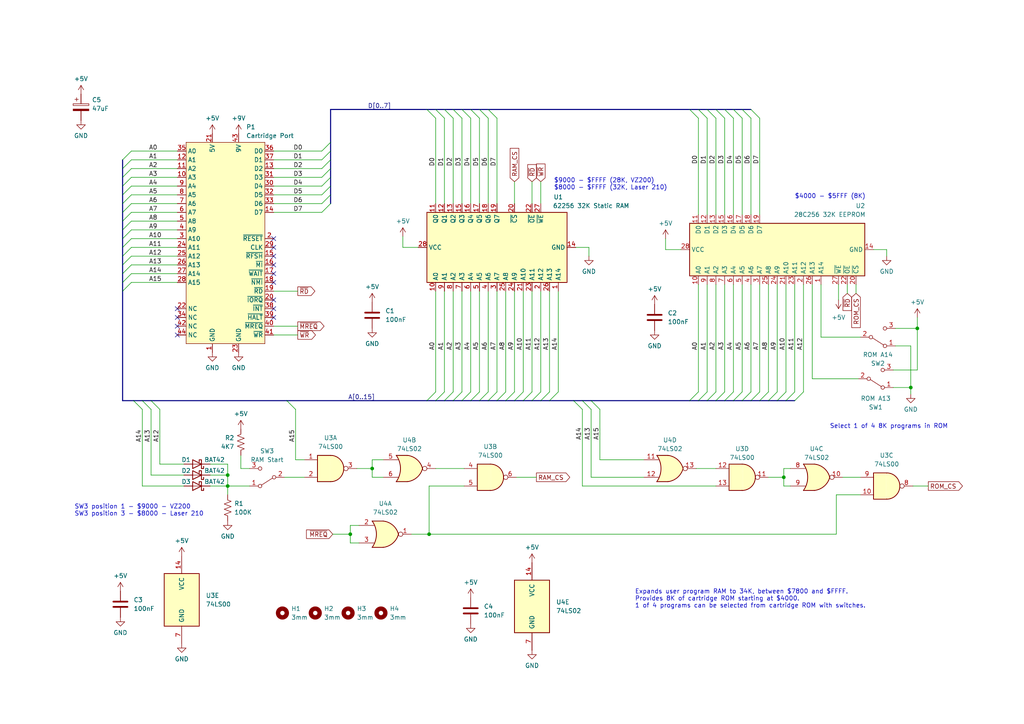
<source format=kicad_sch>
(kicad_sch (version 20230121) (generator eeschema)
  (paper "A4")
  (lib_symbols
    (symbol "74xx:74LS00" (pin_names (offset 1.016))
      (property "Reference" "U" (at 0 1.27 0))
      (property "Value" "74LS00" (at 0 -1.27 0))
      (symbol "74LS00_1_1"
        (pin input line (at -7.62 2.54 0) (length 3.81) (name "~") (number "1"))
        (pin input line (at -7.62 -2.54 0) (length 3.81) (name "~") (number "2"))
        (pin output inverted (at 7.62 0 180) (length 3.81) (name "~") (number "3"))
      )
      (symbol "74LS00_1_2"
        (pin input inverted (at -7.62 2.54 0) (length 4.318) (name "~") (number "1"))
        (pin input inverted (at -7.62 -2.54 0) (length 4.318) (name "~") (number "2"))
        (pin output line (at 7.62 0 180) (length 3.81) (name "~") (number "3"))
      )
      (symbol "74LS00_2_1"
        (pin input line (at -7.62 2.54 0) (length 3.81) (name "~") (number "4"))
        (pin input line (at -7.62 -2.54 0) (length 3.81) (name "~") (number "5"))
        (pin output inverted (at 7.62 0 180) (length 3.81) (name "~") (number "6"))
      )
      (symbol "74LS00_2_2"
        (pin input inverted (at -7.62 2.54 0) (length 4.318) (name "~") (number "4"))
        (pin input inverted (at -7.62 -2.54 0) (length 4.318) (name "~") (number "5"))
        (pin output line (at 7.62 0 180) (length 3.81) (name "~") (number "6"))
      )
      (symbol "74LS00_3_1"
        (pin input line (at -7.62 -2.54 0) (length 3.81) (name "~") (number "10"))
        (pin output inverted (at 7.62 0 180) (length 3.81) (name "~") (number "8"))
        (pin input line (at -7.62 2.54 0) (length 3.81) (name "~") (number "9"))
      )
      (symbol "74LS00_3_2"
        (pin input inverted (at -7.62 -2.54 0) (length 4.318) (name "~") (number "10"))
        (pin output line (at 7.62 0 180) (length 3.81) (name "~") (number "8"))
        (pin input inverted (at -7.62 2.54 0) (length 4.318) (name "~") (number "9"))
      )
      (symbol "74LS00_4_1"
        (pin output inverted (at 7.62 0 180) (length 3.81) (name "~") (number "11"))
        (pin input line (at -7.62 2.54 0) (length 3.81) (name "~") (number "12"))
        (pin input line (at -7.62 -2.54 0) (length 3.81) (name "~") (number "13"))
      )
      (symbol "74LS00_4_2"
        (pin output line (at 7.62 0 180) (length 3.81) (name "~") (number "11"))
        (pin input inverted (at -7.62 2.54 0) (length 4.318) (name "~") (number "12"))
        (pin input inverted (at -7.62 -2.54 0) (length 4.318) (name "~") (number "13"))
      )
      (symbol "74LS00_5_0"
        (pin power_in line (at 0 12.7 270) (length 5.08) (name "VCC") (number "14"))
        (pin power_in line (at 0 -12.7 90) (length 5.08) (name "GND") (number "7"))
      )
    )
    (symbol "74xx:74LS02" (pin_names (offset 1.016))
      (property "Reference" "U" (at 0 1.27 0))
      (property "Value" "74LS02" (at 0 -1.27 0))
      (symbol "74LS02_1_1"
        (pin output inverted (at 7.62 0 180) (length 3.81) (name "~") (number "1"))
        (pin input line (at -7.62 2.54 0) (length 4.318) (name "~") (number "2"))
        (pin input line (at -7.62 -2.54 0) (length 4.318) (name "~") (number "3"))
      )
      (symbol "74LS02_1_2"
        (pin output line (at 7.62 0 180) (length 3.81) (name "~") (number "1"))
        (pin input inverted (at -7.62 2.54 0) (length 3.81) (name "~") (number "2"))
        (pin input inverted (at -7.62 -2.54 0) (length 3.81) (name "~") (number "3"))
      )
      (symbol "74LS02_2_1"
        (pin output inverted (at 7.62 0 180) (length 3.81) (name "~") (number "4"))
        (pin input line (at -7.62 2.54 0) (length 4.318) (name "~") (number "5"))
        (pin input line (at -7.62 -2.54 0) (length 4.318) (name "~") (number "6"))
      )
      (symbol "74LS02_2_2"
        (pin output line (at 7.62 0 180) (length 3.81) (name "~") (number "4"))
        (pin input inverted (at -7.62 2.54 0) (length 3.81) (name "~") (number "5"))
        (pin input inverted (at -7.62 -2.54 0) (length 3.81) (name "~") (number "6"))
      )
      (symbol "74LS02_3_1"
        (pin output inverted (at 7.62 0 180) (length 3.81) (name "~") (number "10"))
        (pin input line (at -7.62 2.54 0) (length 4.318) (name "~") (number "8"))
        (pin input line (at -7.62 -2.54 0) (length 4.318) (name "~") (number "9"))
      )
      (symbol "74LS02_3_2"
        (pin output line (at 7.62 0 180) (length 3.81) (name "~") (number "10"))
        (pin input inverted (at -7.62 2.54 0) (length 3.81) (name "~") (number "8"))
        (pin input inverted (at -7.62 -2.54 0) (length 3.81) (name "~") (number "9"))
      )
      (symbol "74LS02_4_1"
        (pin input line (at -7.62 2.54 0) (length 4.318) (name "~") (number "11"))
        (pin input line (at -7.62 -2.54 0) (length 4.318) (name "~") (number "12"))
        (pin output inverted (at 7.62 0 180) (length 3.81) (name "~") (number "13"))
      )
      (symbol "74LS02_4_2"
        (pin input inverted (at -7.62 2.54 0) (length 3.81) (name "~") (number "11"))
        (pin input inverted (at -7.62 -2.54 0) (length 3.81) (name "~") (number "12"))
        (pin output line (at 7.62 0 180) (length 3.81) (name "~") (number "13"))
      )
      (symbol "74LS02_5_0"
        (pin power_in line (at 0 12.7 270) (length 5.08) (name "VCC") (number "14"))
        (pin power_in line (at 0 -12.7 90) (length 5.08) (name "GND") (number "7"))
      )
    )
    (symbol "Device:C" (pin_numbers hide) (pin_names (offset 0.254))
      (property "Reference" "C" (at 0.635 2.54 0))
      (property "Value" "C" (at 0.635 -2.54 0))
      (symbol "C_1_1"
        (pin passive line (at 0 3.81 270) (length 2.794) (name "~") (number "1"))
        (pin passive line (at 0 -3.81 90) (length 2.794) (name "~") (number "2"))
      )
    )
    (symbol "Device:C_Polarized" (pin_numbers hide) (pin_names (offset 0.254))
      (property "Reference" "C" (at 0.635 2.54 0))
      (property "Value" "C_Polarized" (at 0.635 -2.54 0))
      (symbol "C_Polarized_1_1"
        (pin passive line (at 0 3.81 270) (length 2.794) (name "~") (number "1"))
        (pin passive line (at 0 -3.81 90) (length 2.794) (name "~") (number "2"))
      )
    )
    (symbol "Device:R_US" (pin_numbers hide) (pin_names (offset 0))
      (property "Reference" "R" (at 2.54 0 90))
      (property "Value" "R_US" (at -2.54 0 90))
      (symbol "R_US_1_1"
        (pin passive line (at 0 3.81 270) (length 1.27) (name "~") (number "1"))
        (pin passive line (at 0 -3.81 90) (length 1.27) (name "~") (number "2"))
      )
    )
    (symbol "Diode:BAT42" (pin_numbers hide) (pin_names (offset 1.016) hide)
      (property "Reference" "D" (at 0 2.54 0))
      (property "Value" "BAT42" (at 0 -2.54 0))
      (symbol "BAT42_1_1"
        (pin passive line (at -3.81 0 0) (length 2.54) (name "K") (number "1"))
        (pin passive line (at 3.81 0 180) (length 2.54) (name "A") (number "2"))
      )
    )
    (symbol "Mechanical:MountingHole" (pin_names (offset 1.016))
      (property "Reference" "H" (at 0 5.08 0))
      (property "Value" "MountingHole" (at 0 3.175 0))
    )
    (symbol "Memory_EEPROM:28C256"
      (property "Reference" "U" (at -7.62 26.67 0))
      (property "Value" "28C256" (at 2.54 -26.67 0))
      (symbol "28C256_1_1"
        (pin input line (at -10.16 -12.7 0) (length 2.54) (name "A14") (number "1"))
        (pin input line (at -10.16 22.86 0) (length 2.54) (name "A0") (number "10"))
        (pin tri_state line (at 10.16 22.86 180) (length 2.54) (name "D0") (number "11"))
        (pin tri_state line (at 10.16 20.32 180) (length 2.54) (name "D1") (number "12"))
        (pin tri_state line (at 10.16 17.78 180) (length 2.54) (name "D2") (number "13"))
        (pin power_in line (at 0 -27.94 90) (length 2.54) (name "GND") (number "14"))
        (pin tri_state line (at 10.16 15.24 180) (length 2.54) (name "D3") (number "15"))
        (pin tri_state line (at 10.16 12.7 180) (length 2.54) (name "D4") (number "16"))
        (pin tri_state line (at 10.16 10.16 180) (length 2.54) (name "D5") (number "17"))
        (pin tri_state line (at 10.16 7.62 180) (length 2.54) (name "D6") (number "18"))
        (pin tri_state line (at 10.16 5.08 180) (length 2.54) (name "D7") (number "19"))
        (pin input line (at -10.16 -7.62 0) (length 2.54) (name "A12") (number "2"))
        (pin input line (at -10.16 -22.86 0) (length 2.54) (name "~{CS}") (number "20"))
        (pin input line (at -10.16 -2.54 0) (length 2.54) (name "A10") (number "21"))
        (pin input line (at -10.16 -20.32 0) (length 2.54) (name "~{OE}") (number "22"))
        (pin input line (at -10.16 -5.08 0) (length 2.54) (name "A11") (number "23"))
        (pin input line (at -10.16 0 0) (length 2.54) (name "A9") (number "24"))
        (pin input line (at -10.16 2.54 0) (length 2.54) (name "A8") (number "25"))
        (pin input line (at -10.16 -10.16 0) (length 2.54) (name "A13") (number "26"))
        (pin input line (at -10.16 -17.78 0) (length 2.54) (name "~{WE}") (number "27"))
        (pin power_in line (at 0 27.94 270) (length 2.54) (name "VCC") (number "28"))
        (pin input line (at -10.16 5.08 0) (length 2.54) (name "A7") (number "3"))
        (pin input line (at -10.16 7.62 0) (length 2.54) (name "A6") (number "4"))
        (pin input line (at -10.16 10.16 0) (length 2.54) (name "A5") (number "5"))
        (pin input line (at -10.16 12.7 0) (length 2.54) (name "A4") (number "6"))
        (pin input line (at -10.16 15.24 0) (length 2.54) (name "A3") (number "7"))
        (pin input line (at -10.16 17.78 0) (length 2.54) (name "A2") (number "8"))
        (pin input line (at -10.16 20.32 0) (length 2.54) (name "A1") (number "9"))
      )
    )
    (symbol "Memory_RAM:HM62256BLP"
      (property "Reference" "U" (at -10.16 20.955 0))
      (property "Value" "HM62256BLP" (at 2.54 20.955 0))
      (symbol "HM62256BLP_0_0"
        (pin power_in line (at 0 -22.86 90) (length 2.54) (name "GND") (number "14"))
        (pin power_in line (at 0 22.86 270) (length 2.54) (name "VCC") (number "28"))
      )
      (symbol "HM62256BLP_1_1"
        (pin input line (at -12.7 -17.78 0) (length 2.54) (name "A14") (number "1"))
        (pin input line (at -12.7 17.78 0) (length 2.54) (name "A0") (number "10"))
        (pin tri_state line (at 12.7 17.78 180) (length 2.54) (name "Q0") (number "11"))
        (pin tri_state line (at 12.7 15.24 180) (length 2.54) (name "Q1") (number "12"))
        (pin tri_state line (at 12.7 12.7 180) (length 2.54) (name "Q2") (number "13"))
        (pin tri_state line (at 12.7 10.16 180) (length 2.54) (name "Q3") (number "15"))
        (pin tri_state line (at 12.7 7.62 180) (length 2.54) (name "Q4") (number "16"))
        (pin tri_state line (at 12.7 5.08 180) (length 2.54) (name "Q5") (number "17"))
        (pin tri_state line (at 12.7 2.54 180) (length 2.54) (name "Q6") (number "18"))
        (pin tri_state line (at 12.7 0 180) (length 2.54) (name "Q7") (number "19"))
        (pin input line (at -12.7 -12.7 0) (length 2.54) (name "A12") (number "2"))
        (pin input line (at 12.7 -5.08 180) (length 2.54) (name "~{CS}") (number "20"))
        (pin input line (at -12.7 -7.62 0) (length 2.54) (name "A10") (number "21"))
        (pin input line (at 12.7 -10.16 180) (length 2.54) (name "~{OE}") (number "22"))
        (pin input line (at -12.7 -10.16 0) (length 2.54) (name "A11") (number "23"))
        (pin input line (at -12.7 -5.08 0) (length 2.54) (name "A9") (number "24"))
        (pin input line (at -12.7 -2.54 0) (length 2.54) (name "A8") (number "25"))
        (pin input line (at -12.7 -15.24 0) (length 2.54) (name "A13") (number "26"))
        (pin input line (at 12.7 -12.7 180) (length 2.54) (name "~{WE}") (number "27"))
        (pin input line (at -12.7 0 0) (length 2.54) (name "A7") (number "3"))
        (pin input line (at -12.7 2.54 0) (length 2.54) (name "A6") (number "4"))
        (pin input line (at -12.7 5.08 0) (length 2.54) (name "A5") (number "5"))
        (pin input line (at -12.7 7.62 0) (length 2.54) (name "A4") (number "6"))
        (pin input line (at -12.7 10.16 0) (length 2.54) (name "A3") (number "7"))
        (pin input line (at -12.7 12.7 0) (length 2.54) (name "A2") (number "8"))
        (pin input line (at -12.7 15.24 0) (length 2.54) (name "A1") (number "9"))
      )
    )
    (symbol "Switch:SW_SPDT" (pin_names (offset 0) hide)
      (property "Reference" "SW" (at 0 4.318 0))
      (property "Value" "SW_SPDT" (at 0 -5.08 0))
      (symbol "SW_SPDT_1_1"
        (pin passive line (at 5.08 2.54 180) (length 2.54) (name "A") (number "1"))
        (pin passive line (at -5.08 0 0) (length 2.54) (name "B") (number "2"))
        (pin passive line (at 5.08 -2.54 180) (length 2.54) (name "C") (number "3"))
      )
    )
    (symbol "VZ200_Cartridge_Ports:Cartridge"
      (property "Reference" "P" (at 7.62 1.27 0))
      (property "Value" "Cartridge Port" (at 13.97 -1.27 0))
      (symbol "Cartridge_1_1"
        (pin power_in line (at -3.81 -64.77 90) (length 2.54) (name "GND") (number "1"))
        (pin bidirectional line (at -13.97 -13.97 0) (length 2.54) (name "A3") (number "10"))
        (pin bidirectional line (at -13.97 -11.43 0) (length 2.54) (name "A2") (number "11"))
        (pin bidirectional line (at -13.97 -8.89 0) (length 2.54) (name "A1") (number "12"))
        (pin bidirectional line (at 13.97 -11.43 180) (length 2.54) (name "D2") (number "13"))
        (pin bidirectional line (at 13.97 -24.13 180) (length 2.54) (name "D7") (number "14"))
        (pin bidirectional line (at 13.97 -36.83 180) (length 2.54) (name "~{RFSH}") (number "15"))
        (pin bidirectional line (at 13.97 -39.37 180) (length 2.54) (name "~{MI}") (number "16"))
        (pin bidirectional line (at 13.97 -41.91 180) (length 2.54) (name "~{WAIT}") (number "17"))
        (pin bidirectional line (at 13.97 -44.45 180) (length 2.54) (name "~{NMI}") (number "18"))
        (pin bidirectional line (at 13.97 -46.99 180) (length 2.54) (name "~{RD}") (number "19"))
        (pin bidirectional line (at 13.97 -31.75 180) (length 2.54) (name "~{RESET}") (number "2"))
        (pin bidirectional line (at 13.97 -49.53 180) (length 2.54) (name "~{IORQ}") (number "20"))
        (pin power_in line (at -3.81 -1.27 270) (length 2.54) (name "5V") (number "21"))
        (pin bidirectional line (at -13.97 -52.07 0) (length 2.54) (name "NC") (number "22"))
        (pin power_in line (at 3.81 -64.77 90) (length 2.54) (name "GND") (number "23"))
        (pin bidirectional line (at -13.97 -34.29 0) (length 2.54) (name "A11") (number "24"))
        (pin bidirectional line (at -13.97 -36.83 0) (length 2.54) (name "A12") (number "25"))
        (pin bidirectional line (at -13.97 -39.37 0) (length 2.54) (name "A13") (number "26"))
        (pin bidirectional line (at -13.97 -41.91 0) (length 2.54) (name "A14") (number "27"))
        (pin bidirectional line (at -13.97 -44.45 0) (length 2.54) (name "A15") (number "28"))
        (pin bidirectional line (at 13.97 -34.29 180) (length 2.54) (name "CLK") (number "29"))
        (pin bidirectional line (at -13.97 -31.75 0) (length 2.54) (name "A10") (number "3"))
        (pin bidirectional line (at 13.97 -16.51 180) (length 2.54) (name "D4") (number "30"))
        (pin bidirectional line (at 13.97 -13.97 180) (length 2.54) (name "D3") (number "31"))
        (pin bidirectional line (at 13.97 -19.05 180) (length 2.54) (name "D5") (number "32"))
        (pin bidirectional line (at 13.97 -21.59 180) (length 2.54) (name "D6") (number "33"))
        (pin bidirectional line (at -13.97 -54.61 0) (length 2.54) (name "NC") (number "34"))
        (pin bidirectional line (at -13.97 -6.35 0) (length 2.54) (name "A0") (number "35"))
        (pin bidirectional line (at 13.97 -6.35 180) (length 2.54) (name "D0") (number "36"))
        (pin bidirectional line (at 13.97 -8.89 180) (length 2.54) (name "D1") (number "37"))
        (pin bidirectional line (at 13.97 -52.07 180) (length 2.54) (name "~{INT}") (number "38"))
        (pin bidirectional line (at 13.97 -54.61 180) (length 2.54) (name "~{HALT}") (number "39"))
        (pin bidirectional line (at -13.97 -29.21 0) (length 2.54) (name "A9") (number "4"))
        (pin bidirectional line (at 13.97 -57.15 180) (length 2.54) (name "~{MREQ}") (number "40"))
        (pin bidirectional line (at 13.97 -59.69 180) (length 2.54) (name "~{WR}") (number "41"))
        (pin bidirectional line (at -13.97 -57.15 0) (length 2.54) (name "NC") (number "42"))
        (pin power_in line (at 3.81 -1.27 270) (length 2.54) (name "9V") (number "43"))
        (pin bidirectional line (at -13.97 -59.69 0) (length 2.54) (name "NC") (number "44"))
        (pin bidirectional line (at -13.97 -26.67 0) (length 2.54) (name "A8") (number "5"))
        (pin bidirectional line (at -13.97 -24.13 0) (length 2.54) (name "A7") (number "6"))
        (pin bidirectional line (at -13.97 -21.59 0) (length 2.54) (name "A6") (number "7"))
        (pin bidirectional line (at -13.97 -19.05 0) (length 2.54) (name "A5") (number "8"))
        (pin bidirectional line (at -13.97 -16.51 0) (length 2.54) (name "A4") (number "9"))
      )
    )
    (symbol "power:+5V" (power) (pin_names (offset 0))
      (property "Value" "+5V" (at 0 3.556 0))
      (symbol "+5V_1_1"
        (pin power_in line (at 0 0 90) (length 0) hide (name "+5V") (number "1"))
      )
    )
    (symbol "power:+9V" (power) (pin_names (offset 0))
      (property "Value" "+9V" (at 0 3.556 0))
      (symbol "+9V_1_1"
        (pin power_in line (at 0 0 90) (length 0) hide (name "+9V") (number "1"))
      )
    )
    (symbol "power:GND" (power) (pin_names (offset 0))
      (property "Value" "GND" (at 0 -3.81 0))
      (symbol "GND_1_1"
        (pin power_in line (at 0 0 270) (length 0) hide (name "GND") (number "1"))
      )
    )
  )
  (junction (at 124.46 154.94))
  (junction (at 66.04 137.795))
  (junction (at 227.33 138.43))
  (junction (at 264.16 112.395))
  (junction (at 266.065 95.25))
  (junction (at 107.95 135.89))
  (junction (at 101.6 154.94))
  (junction (at 66.04 140.97))
  (no_connect (at 79.375 69.215))
  (no_connect (at 79.375 74.295))
  (no_connect (at 51.435 92.075))
  (no_connect (at 79.375 76.835))
  (no_connect (at 79.375 71.755))
  (no_connect (at 51.435 94.615))
  (no_connect (at 51.435 89.535))
  (no_connect (at 79.375 79.375))
  (no_connect (at 79.375 89.535))
  (no_connect (at 79.375 92.075))
  (no_connect (at 79.375 81.915))
  (no_connect (at 79.375 86.995))
  (no_connect (at 51.435 97.155))
  (bus_entry (at 38.1 61.595) (size -2.54 2.54))
  (bus_entry (at 220.345 113.665) (size -2.54 2.54))
  (bus_entry (at 166.37 116.205) (size 2.54 2.54))
  (bus_entry (at 144.145 116.205) (size 2.54 -2.54))
  (bus_entry (at 38.1 56.515) (size -2.54 2.54))
  (bus_entry (at 212.725 113.665) (size -2.54 2.54))
  (bus_entry (at 38.1 51.435) (size -2.54 2.54))
  (bus_entry (at 38.1 74.295) (size -2.54 2.54))
  (bus_entry (at 93.345 53.975) (size 2.54 -2.54))
  (bus_entry (at 131.445 116.205) (size 2.54 -2.54))
  (bus_entry (at 93.345 51.435) (size 2.54 -2.54))
  (bus_entry (at 210.185 113.665) (size -2.54 2.54))
  (bus_entry (at 93.345 46.355) (size 2.54 -2.54))
  (bus_entry (at 225.425 113.665) (size -2.54 2.54))
  (bus_entry (at 38.1 46.355) (size -2.54 2.54))
  (bus_entry (at 215.265 113.665) (size -2.54 2.54))
  (bus_entry (at 93.345 59.055) (size 2.54 -2.54))
  (bus_entry (at 144.145 34.29) (size -2.54 -2.54))
  (bus_entry (at 93.345 43.815) (size 2.54 -2.54))
  (bus_entry (at 128.905 116.205) (size 2.54 -2.54))
  (bus_entry (at 230.505 116.205) (size 2.54 -2.54))
  (bus_entry (at 139.065 116.205) (size 2.54 -2.54))
  (bus_entry (at 205.105 34.29) (size -2.54 -2.54))
  (bus_entry (at 38.1 79.375) (size -2.54 2.54))
  (bus_entry (at 136.525 34.29) (size -2.54 -2.54))
  (bus_entry (at 43.815 118.745) (size -2.54 -2.54))
  (bus_entry (at 38.1 48.895) (size -2.54 2.54))
  (bus_entry (at 41.275 118.745) (size -2.54 -2.54))
  (bus_entry (at 202.565 113.665) (size -2.54 2.54))
  (bus_entry (at 38.1 69.215) (size -2.54 2.54))
  (bus_entry (at 171.45 118.745) (size -2.54 -2.54))
  (bus_entry (at 210.185 34.29) (size -2.54 -2.54))
  (bus_entry (at 222.885 113.665) (size -2.54 2.54))
  (bus_entry (at 38.1 71.755) (size -2.54 2.54))
  (bus_entry (at 128.905 34.29) (size -2.54 -2.54))
  (bus_entry (at 227.965 113.665) (size -2.54 2.54))
  (bus_entry (at 149.225 116.205) (size 2.54 -2.54))
  (bus_entry (at 126.365 34.29) (size -2.54 -2.54))
  (bus_entry (at 46.355 118.745) (size -2.54 -2.54))
  (bus_entry (at 202.565 34.29) (size -2.54 -2.54))
  (bus_entry (at 207.645 113.665) (size -2.54 2.54))
  (bus_entry (at 230.505 113.665) (size -2.54 2.54))
  (bus_entry (at 126.365 116.205) (size 2.54 -2.54))
  (bus_entry (at 136.525 116.205) (size 2.54 -2.54))
  (bus_entry (at 217.805 113.665) (size -2.54 2.54))
  (bus_entry (at 217.805 34.29) (size -2.54 -2.54))
  (bus_entry (at 93.345 61.595) (size 2.54 -2.54))
  (bus_entry (at 38.1 76.835) (size -2.54 2.54))
  (bus_entry (at 38.1 43.815) (size -2.54 2.54))
  (bus_entry (at 133.985 116.205) (size 2.54 -2.54))
  (bus_entry (at 123.825 116.205) (size 2.54 -2.54))
  (bus_entry (at 141.605 116.205) (size 2.54 -2.54))
  (bus_entry (at 38.1 64.135) (size -2.54 2.54))
  (bus_entry (at 212.725 34.29) (size -2.54 -2.54))
  (bus_entry (at 173.99 118.745) (size -2.54 -2.54))
  (bus_entry (at 131.445 34.29) (size -2.54 -2.54))
  (bus_entry (at 151.765 116.205) (size 2.54 -2.54))
  (bus_entry (at 154.305 116.205) (size 2.54 -2.54))
  (bus_entry (at 205.105 113.665) (size -2.54 2.54))
  (bus_entry (at 93.345 48.895) (size 2.54 -2.54))
  (bus_entry (at 159.385 116.205) (size 2.54 -2.54))
  (bus_entry (at 38.1 53.975) (size -2.54 2.54))
  (bus_entry (at 207.645 34.29) (size -2.54 -2.54))
  (bus_entry (at 38.1 66.675) (size -2.54 2.54))
  (bus_entry (at 146.685 116.205) (size 2.54 -2.54))
  (bus_entry (at 220.345 34.29) (size -2.54 -2.54))
  (bus_entry (at 215.265 34.29) (size -2.54 -2.54))
  (bus_entry (at 139.065 34.29) (size -2.54 -2.54))
  (bus_entry (at 38.1 81.915) (size -2.54 2.54))
  (bus_entry (at 38.1 59.055) (size -2.54 2.54))
  (bus_entry (at 141.605 34.29) (size -2.54 -2.54))
  (bus_entry (at 93.345 56.515) (size 2.54 -2.54))
  (bus_entry (at 85.725 118.745) (size -2.54 -2.54))
  (bus_entry (at 133.985 34.29) (size -2.54 -2.54))
  (bus_entry (at 156.845 116.205) (size 2.54 -2.54))
  (wire (pts (xy 227.965 82.55) (xy 227.965 113.665)))
  (bus (pts (xy 136.525 31.75) (xy 139.065 31.75)))
  (wire (pts (xy 60.96 137.795) (xy 66.04 137.795)))
  (wire (pts (xy 60.96 134.62) (xy 66.04 134.62)))
  (bus (pts (xy 220.345 116.205) (xy 222.885 116.205)))
  (wire (pts (xy 38.1 66.675) (xy 51.435 66.675)))
  (wire (pts (xy 144.145 84.455) (xy 144.145 113.665)))
  (bus (pts (xy 225.425 116.205) (xy 227.965 116.205)))
  (bus (pts (xy 141.605 31.75) (xy 200.025 31.75)))
  (bus (pts (xy 133.985 116.205) (xy 136.525 116.205)))
  (wire (pts (xy 197.485 72.39) (xy 193.04 72.39)))
  (bus (pts (xy 126.365 116.205) (xy 128.905 116.205)))
  (wire (pts (xy 266.065 92.075) (xy 266.065 95.25)))
  (bus (pts (xy 146.685 116.205) (xy 149.225 116.205)))
  (wire (pts (xy 259.08 112.395) (xy 264.16 112.395)))
  (wire (pts (xy 85.725 133.35) (xy 85.725 118.745)))
  (wire (pts (xy 66.04 140.97) (xy 72.39 140.97)))
  (wire (pts (xy 167.005 71.755) (xy 170.815 71.755)))
  (wire (pts (xy 141.605 84.455) (xy 141.605 113.665)))
  (wire (pts (xy 131.445 34.29) (xy 131.445 59.055)))
  (wire (pts (xy 126.365 84.455) (xy 126.365 113.665)))
  (wire (pts (xy 220.345 34.29) (xy 220.345 62.23)))
  (wire (pts (xy 128.905 84.455) (xy 128.905 113.665)))
  (wire (pts (xy 248.285 82.55) (xy 248.285 85.09)))
  (wire (pts (xy 38.1 53.975) (xy 51.435 53.975)))
  (bus (pts (xy 139.065 116.205) (xy 141.605 116.205)))
  (wire (pts (xy 264.795 140.97) (xy 269.24 140.97)))
  (wire (pts (xy 161.925 84.455) (xy 161.925 113.665)))
  (bus (pts (xy 212.725 116.205) (xy 215.265 116.205)))
  (bus (pts (xy 200.025 31.75) (xy 202.565 31.75)))
  (wire (pts (xy 79.375 56.515) (xy 93.345 56.515)))
  (wire (pts (xy 259.715 100.33) (xy 264.16 100.33)))
  (wire (pts (xy 79.375 46.355) (xy 93.345 46.355)))
  (wire (pts (xy 243.205 82.55) (xy 243.205 86.995)))
  (bus (pts (xy 166.37 116.205) (xy 168.91 116.205)))
  (wire (pts (xy 222.885 82.55) (xy 222.885 113.665)))
  (wire (pts (xy 60.96 140.97) (xy 66.04 140.97)))
  (wire (pts (xy 217.805 82.55) (xy 217.805 113.665)))
  (bus (pts (xy 202.565 31.75) (xy 205.105 31.75)))
  (bus (pts (xy 35.56 81.915) (xy 35.56 84.455)))
  (bus (pts (xy 131.445 31.75) (xy 133.985 31.75)))
  (wire (pts (xy 168.91 140.97) (xy 207.645 140.97)))
  (wire (pts (xy 124.46 140.97) (xy 134.62 140.97)))
  (bus (pts (xy 95.885 41.275) (xy 95.885 31.75)))
  (wire (pts (xy 227.33 138.43) (xy 227.33 140.97)))
  (bus (pts (xy 35.56 46.355) (xy 35.56 48.895)))
  (bus (pts (xy 35.56 71.755) (xy 35.56 74.295)))
  (bus (pts (xy 123.825 116.205) (xy 126.365 116.205)))
  (wire (pts (xy 149.225 52.705) (xy 149.225 59.055)))
  (wire (pts (xy 212.725 82.55) (xy 212.725 113.665)))
  (bus (pts (xy 41.275 116.205) (xy 43.815 116.205)))
  (wire (pts (xy 38.1 74.295) (xy 51.435 74.295)))
  (wire (pts (xy 212.725 34.29) (xy 212.725 62.23)))
  (bus (pts (xy 205.105 116.205) (xy 207.645 116.205)))
  (bus (pts (xy 207.645 31.75) (xy 210.185 31.75)))
  (bus (pts (xy 35.56 59.055) (xy 35.56 61.595)))
  (bus (pts (xy 133.985 31.75) (xy 136.525 31.75)))
  (wire (pts (xy 82.55 138.43) (xy 88.265 138.43)))
  (wire (pts (xy 159.385 84.455) (xy 159.385 113.665)))
  (wire (pts (xy 136.525 84.455) (xy 136.525 113.665)))
  (wire (pts (xy 171.45 138.43) (xy 171.45 118.745)))
  (wire (pts (xy 136.525 34.29) (xy 136.525 59.055)))
  (wire (pts (xy 253.365 72.39) (xy 257.175 72.39)))
  (wire (pts (xy 168.91 118.745) (xy 168.91 140.97)))
  (bus (pts (xy 141.605 116.205) (xy 144.145 116.205)))
  (wire (pts (xy 225.425 82.55) (xy 225.425 113.665)))
  (wire (pts (xy 79.375 53.975) (xy 93.345 53.975)))
  (wire (pts (xy 38.1 59.055) (xy 51.435 59.055)))
  (bus (pts (xy 35.56 56.515) (xy 35.56 59.055)))
  (bus (pts (xy 217.805 116.205) (xy 220.345 116.205)))
  (wire (pts (xy 79.375 97.155) (xy 86.36 97.155)))
  (bus (pts (xy 154.305 116.205) (xy 156.845 116.205)))
  (wire (pts (xy 154.305 84.455) (xy 154.305 113.665)))
  (bus (pts (xy 95.885 43.815) (xy 95.885 41.275)))
  (wire (pts (xy 79.375 48.895) (xy 93.345 48.895)))
  (wire (pts (xy 201.93 135.89) (xy 207.645 135.89)))
  (wire (pts (xy 66.04 140.97) (xy 66.04 137.795)))
  (bus (pts (xy 151.765 116.205) (xy 154.305 116.205)))
  (wire (pts (xy 133.985 34.29) (xy 133.985 59.055)))
  (bus (pts (xy 131.445 116.205) (xy 133.985 116.205)))
  (bus (pts (xy 126.365 31.75) (xy 128.905 31.75)))
  (wire (pts (xy 139.065 84.455) (xy 139.065 113.665)))
  (wire (pts (xy 207.645 34.29) (xy 207.645 62.23)))
  (wire (pts (xy 266.065 95.25) (xy 266.065 107.315)))
  (wire (pts (xy 38.1 64.135) (xy 51.435 64.135)))
  (bus (pts (xy 35.56 116.205) (xy 38.735 116.205)))
  (wire (pts (xy 233.045 82.55) (xy 233.045 113.665)))
  (wire (pts (xy 101.6 157.48) (xy 104.14 157.48)))
  (wire (pts (xy 46.355 134.62) (xy 53.34 134.62)))
  (bus (pts (xy 156.845 116.205) (xy 159.385 116.205)))
  (wire (pts (xy 66.04 134.62) (xy 66.04 137.795)))
  (wire (pts (xy 38.1 51.435) (xy 51.435 51.435)))
  (bus (pts (xy 35.56 76.835) (xy 35.56 79.375)))
  (wire (pts (xy 116.84 71.755) (xy 116.84 68.58)))
  (wire (pts (xy 124.46 154.94) (xy 242.57 154.94)))
  (wire (pts (xy 107.95 138.43) (xy 111.125 138.43)))
  (bus (pts (xy 136.525 116.205) (xy 139.065 116.205)))
  (wire (pts (xy 38.1 43.815) (xy 51.435 43.815)))
  (bus (pts (xy 38.735 116.205) (xy 41.275 116.205)))
  (bus (pts (xy 210.185 116.205) (xy 212.725 116.205)))
  (wire (pts (xy 103.505 135.89) (xy 107.95 135.89)))
  (wire (pts (xy 154.305 52.705) (xy 154.305 59.055)))
  (bus (pts (xy 83.185 116.205) (xy 123.825 116.205)))
  (wire (pts (xy 249.555 97.79) (xy 238.125 97.79)))
  (wire (pts (xy 215.265 34.29) (xy 215.265 62.23)))
  (wire (pts (xy 229.235 135.89) (xy 227.33 135.89)))
  (bus (pts (xy 95.885 53.975) (xy 95.885 51.435)))
  (wire (pts (xy 173.99 118.745) (xy 173.99 133.35)))
  (wire (pts (xy 215.265 82.55) (xy 215.265 113.665)))
  (bus (pts (xy 215.265 31.75) (xy 217.805 31.75)))
  (wire (pts (xy 38.1 81.915) (xy 51.435 81.915)))
  (wire (pts (xy 151.765 84.455) (xy 151.765 113.665)))
  (wire (pts (xy 43.815 137.795) (xy 43.815 118.745)))
  (wire (pts (xy 126.365 135.89) (xy 134.62 135.89)))
  (wire (pts (xy 126.365 34.29) (xy 126.365 59.055)))
  (wire (pts (xy 139.065 34.29) (xy 139.065 59.055)))
  (bus (pts (xy 95.885 51.435) (xy 95.885 48.895)))
  (bus (pts (xy 35.56 51.435) (xy 35.56 53.975)))
  (wire (pts (xy 149.225 84.455) (xy 149.225 113.665)))
  (wire (pts (xy 207.645 82.55) (xy 207.645 113.665)))
  (wire (pts (xy 264.16 112.395) (xy 264.16 114.3)))
  (bus (pts (xy 35.56 69.215) (xy 35.56 71.755)))
  (wire (pts (xy 186.69 138.43) (xy 171.45 138.43)))
  (wire (pts (xy 202.565 34.29) (xy 202.565 62.23)))
  (wire (pts (xy 41.275 140.97) (xy 53.34 140.97)))
  (wire (pts (xy 101.6 154.94) (xy 101.6 157.48)))
  (wire (pts (xy 244.475 138.43) (xy 249.555 138.43)))
  (bus (pts (xy 128.905 116.205) (xy 131.445 116.205)))
  (bus (pts (xy 144.145 116.205) (xy 146.685 116.205)))
  (wire (pts (xy 193.04 72.39) (xy 193.04 69.215)))
  (wire (pts (xy 101.6 152.4) (xy 101.6 154.94)))
  (bus (pts (xy 35.56 53.975) (xy 35.56 56.515)))
  (bus (pts (xy 123.825 31.75) (xy 126.365 31.75)))
  (wire (pts (xy 38.1 76.835) (xy 51.435 76.835)))
  (wire (pts (xy 235.585 109.855) (xy 235.585 82.55)))
  (wire (pts (xy 38.1 69.215) (xy 51.435 69.215)))
  (wire (pts (xy 111.125 133.35) (xy 107.95 133.35)))
  (wire (pts (xy 205.105 34.29) (xy 205.105 62.23)))
  (bus (pts (xy 35.56 74.295) (xy 35.56 76.835)))
  (wire (pts (xy 264.16 100.33) (xy 264.16 112.395)))
  (wire (pts (xy 257.175 72.39) (xy 257.175 74.295)))
  (bus (pts (xy 222.885 116.205) (xy 225.425 116.205)))
  (wire (pts (xy 222.885 138.43) (xy 227.33 138.43)))
  (bus (pts (xy 43.815 116.205) (xy 83.185 116.205)))
  (wire (pts (xy 96.52 154.94) (xy 101.6 154.94)))
  (wire (pts (xy 220.345 82.55) (xy 220.345 113.665)))
  (wire (pts (xy 242.57 143.51) (xy 242.57 154.94)))
  (bus (pts (xy 212.725 31.75) (xy 215.265 31.75)))
  (wire (pts (xy 38.1 79.375) (xy 51.435 79.375)))
  (wire (pts (xy 38.1 71.755) (xy 51.435 71.755)))
  (bus (pts (xy 227.965 116.205) (xy 230.505 116.205)))
  (bus (pts (xy 171.45 116.205) (xy 200.025 116.205)))
  (bus (pts (xy 35.56 79.375) (xy 35.56 81.915)))
  (wire (pts (xy 227.33 135.89) (xy 227.33 138.43)))
  (wire (pts (xy 217.805 34.29) (xy 217.805 62.23)))
  (wire (pts (xy 41.275 118.745) (xy 41.275 140.97)))
  (wire (pts (xy 38.1 46.355) (xy 51.435 46.355)))
  (bus (pts (xy 149.225 116.205) (xy 151.765 116.205)))
  (bus (pts (xy 35.56 48.895) (xy 35.56 51.435)))
  (wire (pts (xy 79.375 61.595) (xy 93.345 61.595)))
  (wire (pts (xy 149.86 138.43) (xy 155.575 138.43)))
  (bus (pts (xy 207.645 116.205) (xy 210.185 116.205)))
  (wire (pts (xy 128.905 34.29) (xy 128.905 59.055)))
  (wire (pts (xy 170.815 71.755) (xy 170.815 74.295)))
  (wire (pts (xy 69.85 135.89) (xy 69.85 132.08)))
  (wire (pts (xy 38.1 48.895) (xy 51.435 48.895)))
  (bus (pts (xy 202.565 116.205) (xy 205.105 116.205)))
  (wire (pts (xy 107.95 135.89) (xy 107.95 138.43)))
  (wire (pts (xy 38.1 61.595) (xy 51.435 61.595)))
  (wire (pts (xy 53.34 137.795) (xy 43.815 137.795)))
  (wire (pts (xy 79.375 84.455) (xy 86.36 84.455)))
  (wire (pts (xy 133.985 84.455) (xy 133.985 113.665)))
  (wire (pts (xy 156.845 52.705) (xy 156.845 59.055)))
  (bus (pts (xy 95.885 59.055) (xy 95.885 56.515)))
  (wire (pts (xy 173.99 133.35) (xy 186.69 133.35)))
  (bus (pts (xy 159.385 116.205) (xy 166.37 116.205)))
  (bus (pts (xy 95.885 48.895) (xy 95.885 46.355)))
  (wire (pts (xy 107.95 133.35) (xy 107.95 135.89)))
  (wire (pts (xy 121.285 71.755) (xy 116.84 71.755)))
  (wire (pts (xy 146.685 84.455) (xy 146.685 113.665)))
  (wire (pts (xy 124.46 140.97) (xy 124.46 154.94)))
  (bus (pts (xy 35.56 64.135) (xy 35.56 66.675)))
  (wire (pts (xy 205.105 82.55) (xy 205.105 113.665)))
  (wire (pts (xy 124.46 154.94) (xy 119.38 154.94)))
  (wire (pts (xy 249.555 143.51) (xy 242.57 143.51)))
  (bus (pts (xy 95.885 56.515) (xy 95.885 53.975)))
  (bus (pts (xy 35.56 66.675) (xy 35.56 69.215)))
  (wire (pts (xy 245.745 82.55) (xy 245.745 85.09)))
  (bus (pts (xy 95.885 46.355) (xy 95.885 43.815)))
  (bus (pts (xy 168.91 116.205) (xy 171.45 116.205)))
  (wire (pts (xy 230.505 82.55) (xy 230.505 113.665)))
  (wire (pts (xy 79.375 51.435) (xy 93.345 51.435)))
  (bus (pts (xy 200.025 116.205) (xy 202.565 116.205)))
  (wire (pts (xy 46.355 118.745) (xy 46.355 134.62)))
  (bus (pts (xy 205.105 31.75) (xy 207.645 31.75)))
  (wire (pts (xy 79.375 43.815) (xy 93.345 43.815)))
  (wire (pts (xy 131.445 84.455) (xy 131.445 113.665)))
  (bus (pts (xy 128.905 31.75) (xy 131.445 31.75)))
  (bus (pts (xy 139.065 31.75) (xy 141.605 31.75)))
  (bus (pts (xy 35.56 61.595) (xy 35.56 64.135)))
  (wire (pts (xy 210.185 34.29) (xy 210.185 62.23)))
  (wire (pts (xy 156.845 84.455) (xy 156.845 113.665)))
  (wire (pts (xy 79.375 94.615) (xy 86.36 94.615)))
  (wire (pts (xy 104.14 152.4) (xy 101.6 152.4)))
  (wire (pts (xy 79.375 59.055) (xy 93.345 59.055)))
  (wire (pts (xy 144.145 34.29) (xy 144.145 59.055)))
  (wire (pts (xy 141.605 34.29) (xy 141.605 59.055)))
  (wire (pts (xy 238.125 97.79) (xy 238.125 82.55)))
  (wire (pts (xy 38.1 56.515) (xy 51.435 56.515)))
  (wire (pts (xy 88.265 133.35) (xy 85.725 133.35)))
  (wire (pts (xy 202.565 82.55) (xy 202.565 113.665)))
  (bus (pts (xy 95.885 31.75) (xy 123.825 31.75)))
  (bus (pts (xy 210.185 31.75) (xy 212.725 31.75)))
  (wire (pts (xy 248.92 109.855) (xy 235.585 109.855)))
  (bus (pts (xy 35.56 84.455) (xy 35.56 116.205)))
  (wire (pts (xy 72.39 135.89) (xy 69.85 135.89)))
  (wire (pts (xy 227.33 140.97) (xy 229.235 140.97)))
  (bus (pts (xy 215.265 116.205) (xy 217.805 116.205)))
  (wire (pts (xy 210.185 82.55) (xy 210.185 113.665)))
  (wire (pts (xy 66.04 140.97) (xy 66.04 143.51)))
  (wire (pts (xy 259.715 95.25) (xy 266.065 95.25)))
  (wire (pts (xy 259.08 107.315) (xy 266.065 107.315)))
  (text "Expands user program RAM to 34K, between $7800 and $FFFF.\nProvides 8K of cartridge ROM starting at $4000.\n1 of 4 programs can be selected from cartridge ROM with switches." (at 184.15 176.53 0) (effects (font (size 1.27 1.27)) (justify left bottom)))
  (text "Select 1 of 4 8K programs in ROM" (at 240.665 124.46 0) (effects (font (size 1.27 1.27)) (justify left bottom)))
  (text "$4000 - $5FFF (8K)" (at 230.505 57.785 0) (effects (font (size 1.27 1.27)) (justify left bottom)))
  (text "SW3 position 1 - $9000 - VZ200\nSW3 position 3 - $8000 - Laser 210" (at 21.59 149.86 0) (effects (font (size 1.27 1.27)) (justify left bottom)))
  (text "$9000 - $FFFF (28K, VZ200)\n$8000 - $FFFF (32K, Laser 210)" (at 160.655 55.245 0) (effects (font (size 1.27 1.27)) (justify left bottom)))
  (label "A9" (at 225.425 101.6 90))
  (label "D1" (at 128.905 48.26 90))
  (label "D1" (at 205.105 47.625 90))
  (label "A13" (at 43.18 76.835 0))
  (label "A7" (at 144.145 101.6 90))
  (label "A15" (at 173.99 127.635 90))
  (label "A1" (at 128.905 101.6 90))
  (label "A3" (at 43.18 51.435 0))
  (label "A9" (at 149.225 101.6 90))
  (label "D4" (at 136.525 48.26 90))
  (label "A12" (at 233.045 101.6 90))
  (label "A5" (at 215.265 101.6 90))
  (label "A11" (at 43.18 71.755 0))
  (label "A12" (at 46.355 128.27 90))
  (label "A13" (at 43.815 128.27 90))
  (label "D5" (at 85.09 56.515 0))
  (label "D5" (at 215.265 47.625 90))
  (label "A0" (at 202.565 101.6 90))
  (label "D6" (at 217.805 47.625 90))
  (label "A0" (at 126.365 101.6 90))
  (label "D1" (at 85.09 46.355 0))
  (label "A4" (at 43.18 53.975 0))
  (label "A5" (at 139.065 101.6 90))
  (label "D2" (at 85.09 48.895 0))
  (label "A5" (at 43.18 56.515 0))
  (label "A6" (at 43.18 59.055 0))
  (label "A1" (at 43.18 46.355 0))
  (label "A11" (at 154.305 101.6 90))
  (label "A1" (at 205.105 101.6 90))
  (label "D6" (at 85.09 59.055 0))
  (label "D3" (at 85.09 51.435 0))
  (label "A15" (at 43.18 81.915 0))
  (label "A14" (at 161.925 101.6 90))
  (label "D7" (at 144.145 48.26 90))
  (label "D6" (at 141.605 48.26 90))
  (label "D7" (at 85.09 61.595 0))
  (label "D4" (at 212.725 47.625 90))
  (label "A9" (at 43.18 66.675 0))
  (label "D3" (at 210.185 47.625 90))
  (label "A10" (at 227.965 101.6 90))
  (label "A12" (at 43.18 74.295 0))
  (label "A10" (at 151.765 101.6 90))
  (label "D2" (at 207.645 47.625 90))
  (label "D2" (at 131.445 48.26 90))
  (label "D7" (at 220.345 47.625 90))
  (label "A6" (at 141.605 101.6 90))
  (label "A13" (at 171.45 127.635 90))
  (label "D0" (at 202.565 47.625 90))
  (label "A4" (at 212.725 101.6 90))
  (label "A8" (at 43.18 64.135 0))
  (label "A3" (at 210.185 101.6 90))
  (label "D0" (at 85.09 43.815 0))
  (label "A4" (at 136.525 101.6 90))
  (label "A[0..15]" (at 100.965 116.205 0))
  (label "D4" (at 85.09 53.975 0))
  (label "D3" (at 133.985 48.26 90))
  (label "D5" (at 139.065 48.26 90))
  (label "A6" (at 217.805 101.6 90))
  (label "A11" (at 230.505 101.6 90))
  (label "A15" (at 85.725 128.27 90))
  (label "A7" (at 220.345 101.6 90))
  (label "A8" (at 222.885 101.6 90))
  (label "A14" (at 41.275 128.27 90))
  (label "A14" (at 43.18 79.375 0))
  (label "A13" (at 159.385 101.6 90))
  (label "A3" (at 133.985 101.6 90))
  (label "A2" (at 207.645 101.6 90))
  (label "A2" (at 43.18 48.895 0))
  (label "A0" (at 43.18 43.815 0))
  (label "A10" (at 43.18 69.215 0))
  (label "A12" (at 156.845 101.6 90))
  (label "A8" (at 146.685 101.6 90))
  (label "D[0..7]" (at 106.68 31.75 0))
  (label "A7" (at 43.18 61.595 0))
  (label "A2" (at 131.445 101.6 90))
  (label "D0" (at 126.365 48.26 90))
  (label "A14" (at 168.91 127.635 90))
  (global_label "~{MREQ}" (shape output) (at 86.36 94.615 0) (property "Intersheetrefs" "${INTERSHEET_REFS}" (effects hide)))
  (global_label "~{WR}" (shape input) (at 156.845 52.705 90) (property "Intersheetrefs" "${INTERSHEET_REFS}" (effects hide)))
  (global_label "RAM_CS" (shape output) (at 155.575 138.43 0) (property "Intersheetrefs" "${INTERSHEET_REFS}" (effects hide)))
  (global_label "~{MREQ}" (shape input) (at 96.52 154.94 180) (property "Intersheetrefs" "${INTERSHEET_REFS}" (effects hide)))
  (global_label "~{RD}" (shape input) (at 245.745 85.09 270) (property "Intersheetrefs" "${INTERSHEET_REFS}" (effects hide)))
  (global_label "~{RD}" (shape input) (at 154.305 52.705 90) (property "Intersheetrefs" "${INTERSHEET_REFS}" (effects hide)))
  (global_label "RAM_CS" (shape input) (at 149.225 52.705 90) (property "Intersheetrefs" "${INTERSHEET_REFS}" (effects hide)))
  (global_label "ROM_CS" (shape input) (at 248.285 85.09 270) (property "Intersheetrefs" "${INTERSHEET_REFS}" (effects hide)))
  (global_label "~{RD}" (shape output) (at 86.36 84.455 0) (property "Intersheetrefs" "${INTERSHEET_REFS}" (effects hide)))
  (global_label "~{WR}" (shape output) (at 86.36 97.155 0) (property "Intersheetrefs" "${INTERSHEET_REFS}" (effects hide)))
  (global_label "ROM_CS" (shape output) (at 269.24 140.97 0) (property "Intersheetrefs" "${INTERSHEET_REFS}" (effects hide)))
  (symbol (lib_id "Device:R_US") (at 69.85 128.27 0) (mirror y) (unit 1)
    (property "Reference" "R2" (at 67.945 127 0) (effects (justify left)))
    (property "Value" "4K7" (at 67.945 129.54 0) (effects (justify left)))
    (property "Footprint" "Resistor_THT:R_Axial_DIN0207_L6.3mm_D2.5mm_P7.62mm_Horizontal" (effects hide))
  )
  (symbol (lib_id "power:GND") (at 52.705 186.69 0) (unit 1)
    (property "Reference" "#PWR016" (effects hide))
    (property "Value" "GND" (at 52.705 191.135 0))
  )
  (symbol (lib_id "power:GND") (at 61.595 102.235 0) (unit 1)
    (property "Reference" "#PWR03" (effects hide))
    (property "Value" "GND" (at 61.595 106.68 0))
  )
  (symbol (lib_id "Memory_EEPROM:28C256") (at 225.425 72.39 90) (unit 1)
    (property "Reference" "U2" (at 249.555 59.69 90))
    (property "Value" "28C256 32K EEPROM" (at 240.665 62.23 90))
    (property "Footprint" "Package_DIP:DIP-28_W15.24mm_Socket" (effects hide))
    (property "Datasheet" "http://ww1.microchip.com/downloads/en/DeviceDoc/doc0006.pdf" (effects hide))
  )
  (symbol (lib_id "VZ200_Cartridge_Ports:Cartridge") (at 65.405 37.465 0) (unit 1)
    (property "Reference" "P1" (at 71.4091 36.83 0) (effects (justify left)))
    (property "Value" "Cartridge Port" (at 71.4091 39.37 0) (effects (justify left)))
    (property "Footprint" "VZ200_Cartridge_Port:VZ200_Cartridge_Port" (effects hide))
  )
  (symbol (lib_id "Switch:SW_SPDT") (at 254.635 97.79 0) (mirror x) (unit 1)
    (property "Reference" "SW2" (at 254.635 105.41 0))
    (property "Value" "ROM A14" (at 254.635 102.87 0))
    (property "Footprint" "Connector_PinHeader_2.54mm:PinHeader_1x03_P2.54mm_Vertical" (effects hide))
  )
  (symbol (lib_id "Switch:SW_SPDT") (at 254 109.855 0) (mirror x) (unit 1)
    (property "Reference" "SW1" (at 254 118.11 0))
    (property "Value" "ROM A13" (at 254 115.57 0))
    (property "Footprint" "Connector_PinHeader_2.54mm:PinHeader_1x03_P2.54mm_Vertical" (effects hide))
  )
  (symbol (lib_id "Mechanical:MountingHole") (at 81.915 177.8 0) (unit 1)
    (property "Reference" "H1" (at 84.455 176.53 0) (effects (justify left)))
    (property "Value" "3mm" (at 84.455 179.07 0) (effects (justify left)))
    (property "Footprint" "MountingHole:MountingHole_3mm" (effects hide))
  )
  (symbol (lib_id "power:+5V") (at 116.84 68.58 0) (unit 1)
    (property "Reference" "#PWR05" (effects hide))
    (property "Value" "+5V" (at 116.84 64.135 0))
  )
  (symbol (lib_id "power:GND") (at 34.925 179.07 0) (unit 1)
    (property "Reference" "#PWR019" (effects hide))
    (property "Value" "GND" (at 34.925 183.515 0))
  )
  (symbol (lib_id "74xx:74LS02") (at 194.31 135.89 0) (unit 4)
    (property "Reference" "U4" (at 194.31 127.635 0))
    (property "Value" "74LS02" (at 194.31 130.175 0))
    (property "Footprint" "Package_DIP:DIP-14_W7.62mm_Socket" (effects hide))
    (property "Datasheet" "http://www.ti.com/lit/gpn/sn74ls02" (effects hide))
  )
  (symbol (lib_id "power:+5V") (at 23.495 27.305 0) (unit 1)
    (property "Reference" "#PWR027" (effects hide))
    (property "Value" "+5V" (at 23.495 22.86 0))
  )
  (symbol (lib_id "74xx:74LS02") (at 111.76 154.94 0) (unit 1)
    (property "Reference" "U4" (at 111.76 146.05 0))
    (property "Value" "74LS02" (at 111.76 148.59 0))
    (property "Footprint" "Package_DIP:DIP-14_W7.62mm_Socket" (effects hide))
    (property "Datasheet" "http://www.ti.com/lit/gpn/sn74ls02" (effects hide))
  )
  (symbol (lib_id "power:GND") (at 170.815 74.295 0) (unit 1)
    (property "Reference" "#PWR07" (effects hide))
    (property "Value" "GND" (at 170.815 78.74 0))
  )
  (symbol (lib_id "Switch:SW_SPDT") (at 77.47 138.43 180) (unit 1)
    (property "Reference" "SW3" (at 77.47 130.81 0))
    (property "Value" "RAM Start" (at 77.47 133.35 0))
    (property "Footprint" "Connector_PinHeader_2.54mm:PinHeader_1x03_P2.54mm_Vertical" (effects hide))
  )
  (symbol (lib_id "power:+5V") (at 136.525 173.355 0) (unit 1)
    (property "Reference" "#PWR022" (effects hide))
    (property "Value" "+5V" (at 136.525 168.91 0))
  )
  (symbol (lib_id "power:+5V") (at 34.925 171.45 0) (unit 1)
    (property "Reference" "#PWR018" (effects hide))
    (property "Value" "+5V" (at 34.925 167.005 0))
  )
  (symbol (lib_id "Mechanical:MountingHole") (at 110.49 177.8 0) (unit 1)
    (property "Reference" "H4" (at 113.03 176.53 0) (effects (justify left)))
    (property "Value" "3mm" (at 113.03 179.07 0) (effects (justify left)))
    (property "Footprint" "MountingHole:MountingHole_3mm" (effects hide))
  )
  (symbol (lib_id "74xx:74LS00") (at 95.885 135.89 0) (unit 1)
    (property "Reference" "U3" (at 95.8767 127 0))
    (property "Value" "74LS00" (at 95.8767 129.54 0))
    (property "Footprint" "Package_DIP:DIP-14_W7.62mm_Socket" (effects hide))
    (property "Datasheet" "http://www.ti.com/lit/gpn/sn74ls00" (effects hide))
  )
  (symbol (lib_id "power:+5V") (at 52.705 161.29 0) (unit 1)
    (property "Reference" "#PWR017" (effects hide))
    (property "Value" "+5V" (at 52.705 156.845 0))
  )
  (symbol (lib_id "Memory_RAM:HM62256BLP") (at 144.145 71.755 90) (unit 1)
    (property "Reference" "U1" (at 161.925 57.15 90))
    (property "Value" "62256 32K Static RAM" (at 171.45 59.69 90))
    (property "Footprint" "Package_DIP:DIP-28_W15.24mm_Socket" (effects hide))
    (property "Datasheet" "https://web.mit.edu/6.115/www/document/62256.pdf" (effects hide))
  )
  (symbol (lib_id "power:GND") (at 189.865 95.885 0) (unit 1)
    (property "Reference" "#PWR013" (effects hide))
    (property "Value" "GND" (at 189.865 100.33 0))
  )
  (symbol (lib_id "power:+5V") (at 193.04 69.215 0) (unit 1)
    (property "Reference" "#PWR06" (effects hide))
    (property "Value" "+5V" (at 193.04 64.77 0))
  )
  (symbol (lib_id "power:+5V") (at 243.205 86.995 180) (unit 1)
    (property "Reference" "#PWR09" (effects hide))
    (property "Value" "+5V" (at 243.205 92.075 0))
  )
  (symbol (lib_id "Mechanical:MountingHole") (at 91.44 177.8 0) (unit 1)
    (property "Reference" "H2" (at 93.98 176.53 0) (effects (justify left)))
    (property "Value" "3mm" (at 93.98 179.07 0) (effects (justify left)))
    (property "Footprint" "MountingHole:MountingHole_3mm" (effects hide))
  )
  (symbol (lib_id "power:GND") (at 23.495 34.925 0) (unit 1)
    (property "Reference" "#PWR026" (effects hide))
    (property "Value" "GND" (at 23.495 39.37 0))
  )
  (symbol (lib_id "Device:C") (at 34.925 175.26 0) (unit 1)
    (property "Reference" "C3" (at 38.735 173.99 0) (effects (justify left)))
    (property "Value" "100nF" (at 38.735 176.53 0) (effects (justify left)))
    (property "Footprint" "Capacitor_THT:C_Disc_D5.0mm_W2.5mm_P5.00mm" (effects hide))
  )
  (symbol (lib_id "74xx:74LS02") (at 154.305 175.895 0) (unit 5)
    (property "Reference" "U4" (at 161.29 174.625 0) (effects (justify left)))
    (property "Value" "74LS02" (at 161.29 177.165 0) (effects (justify left)))
    (property "Footprint" "Package_DIP:DIP-14_W7.62mm_Socket" (effects hide))
    (property "Datasheet" "http://www.ti.com/lit/gpn/sn74ls02" (effects hide))
  )
  (symbol (lib_id "74xx:74LS02") (at 236.855 138.43 0) (unit 3)
    (property "Reference" "U4" (at 236.855 130.175 0))
    (property "Value" "74LS02" (at 236.855 132.715 0))
    (property "Footprint" "Package_DIP:DIP-14_W7.62mm_Socket" (effects hide))
    (property "Datasheet" "http://www.ti.com/lit/gpn/sn74ls02" (effects hide))
  )
  (symbol (lib_id "Device:C") (at 136.525 177.165 0) (unit 1)
    (property "Reference" "C4" (at 140.335 175.895 0) (effects (justify left)))
    (property "Value" "100nF" (at 140.335 178.435 0) (effects (justify left)))
    (property "Footprint" "Capacitor_THT:C_Disc_D5.0mm_W2.5mm_P5.00mm" (effects hide))
  )
  (symbol (lib_id "power:GND") (at 69.215 102.235 0) (unit 1)
    (property "Reference" "#PWR04" (effects hide))
    (property "Value" "GND" (at 69.215 106.68 0))
  )
  (symbol (lib_id "power:GND") (at 136.525 180.975 0) (unit 1)
    (property "Reference" "#PWR023" (effects hide))
    (property "Value" "GND" (at 136.525 185.42 0))
  )
  (symbol (lib_id "power:GND") (at 107.95 95.25 0) (unit 1)
    (property "Reference" "#PWR011" (effects hide))
    (property "Value" "GND" (at 107.95 99.695 0))
  )
  (symbol (lib_id "Diode:BAT42") (at 57.15 134.62 180) (unit 1)
    (property "Reference" "D1" (at 53.975 133.35 0))
    (property "Value" "BAT42" (at 62.23 133.35 0))
    (property "Footprint" "Diode_THT:D_DO-35_SOD27_P7.62mm_Horizontal" (effects hide))
    (property "Datasheet" "http://www.vishay.com/docs/85660/bat42.pdf" (effects hide))
  )
  (symbol (lib_id "74xx:74LS00") (at 142.24 138.43 0) (unit 2)
    (property "Reference" "U3" (at 142.2317 129.54 0))
    (property "Value" "74LS00" (at 142.2317 132.08 0))
    (property "Footprint" "Package_DIP:DIP-14_W7.62mm_Socket" (effects hide))
    (property "Datasheet" "http://www.ti.com/lit/gpn/sn74ls00" (effects hide))
  )
  (symbol (lib_id "Mechanical:MountingHole") (at 100.965 177.8 0) (unit 1)
    (property "Reference" "H3" (at 103.505 176.53 0) (effects (justify left)))
    (property "Value" "3mm" (at 103.505 179.07 0) (effects (justify left)))
    (property "Footprint" "MountingHole:MountingHole_3mm" (effects hide))
  )
  (symbol (lib_id "power:+9V") (at 69.215 38.735 0) (unit 1)
    (property "Reference" "#PWR02" (effects hide))
    (property "Value" "+9V" (at 69.215 34.29 0))
  )
  (symbol (lib_id "power:GND") (at 66.04 151.13 0) (unit 1)
    (property "Reference" "#PWR024" (effects hide))
    (property "Value" "GND" (at 66.04 155.575 0))
  )
  (symbol (lib_id "power:+5V") (at 189.865 88.265 0) (unit 1)
    (property "Reference" "#PWR012" (effects hide))
    (property "Value" "+5V" (at 189.865 83.82 0))
  )
  (symbol (lib_id "power:GND") (at 257.175 74.295 0) (unit 1)
    (property "Reference" "#PWR08" (effects hide))
    (property "Value" "GND" (at 257.175 78.74 0))
  )
  (symbol (lib_id "Device:C_Polarized") (at 23.495 31.115 0) (unit 1)
    (property "Reference" "C5" (at 26.67 28.956 0) (effects (justify left)))
    (property "Value" "47uF" (at 26.67 31.496 0) (effects (justify left)))
    (property "Footprint" "Capacitor_THT:CP_Radial_D6.3mm_P2.50mm" (effects hide))
  )
  (symbol (lib_id "power:+5V") (at 61.595 38.735 0) (unit 1)
    (property "Reference" "#PWR01" (effects hide))
    (property "Value" "+5V" (at 61.595 34.29 0))
  )
  (symbol (lib_id "power:+5V") (at 266.065 92.075 0) (unit 1)
    (property "Reference" "#PWR015" (effects hide))
    (property "Value" "+5V" (at 266.065 87.63 0))
  )
  (symbol (lib_id "power:GND") (at 154.305 188.595 0) (unit 1)
    (property "Reference" "#PWR020" (effects hide))
    (property "Value" "GND" (at 154.305 193.04 0))
  )
  (symbol (lib_id "Diode:BAT42") (at 57.15 137.795 180) (unit 1)
    (property "Reference" "D2" (at 53.975 136.525 0))
    (property "Value" "BAT42" (at 62.23 136.525 0))
    (property "Footprint" "Diode_THT:D_DO-35_SOD27_P7.62mm_Horizontal" (effects hide))
    (property "Datasheet" "http://www.vishay.com/docs/85660/bat42.pdf" (effects hide))
  )
  (symbol (lib_id "power:+5V") (at 69.85 124.46 0) (unit 1)
    (property "Reference" "#PWR025" (effects hide))
    (property "Value" "+5V" (at 69.85 120.015 0))
  )
  (symbol (lib_id "power:+5V") (at 107.95 87.63 0) (unit 1)
    (property "Reference" "#PWR010" (effects hide))
    (property "Value" "+5V" (at 107.95 83.185 0))
  )
  (symbol (lib_id "power:+5V") (at 154.305 163.195 0) (unit 1)
    (property "Reference" "#PWR021" (effects hide))
    (property "Value" "+5V" (at 154.305 158.75 0))
  )
  (symbol (lib_id "Device:R_US") (at 66.04 147.32 0) (unit 1)
    (property "Reference" "R1" (at 67.945 146.05 0) (effects (justify left)))
    (property "Value" "100K" (at 67.945 148.59 0) (effects (justify left)))
    (property "Footprint" "Resistor_THT:R_Axial_DIN0207_L6.3mm_D2.5mm_P7.62mm_Horizontal" (effects hide))
  )
  (symbol (lib_id "power:GND") (at 264.16 114.3 0) (unit 1)
    (property "Reference" "#PWR014" (effects hide))
    (property "Value" "GND" (at 264.16 118.745 0))
  )
  (symbol (lib_id "74xx:74LS00") (at 52.705 173.99 0) (unit 5)
    (property "Reference" "U3" (at 59.69 172.72 0) (effects (justify left)))
    (property "Value" "74LS00" (at 59.69 175.26 0) (effects (justify left)))
    (property "Footprint" "Package_DIP:DIP-14_W7.62mm_Socket" (effects hide))
    (property "Datasheet" "http://www.ti.com/lit/gpn/sn74ls00" (effects hide))
  )
  (symbol (lib_id "74xx:74LS00") (at 215.265 138.43 0) (unit 4)
    (property "Reference" "U3" (at 215.2567 130.175 0))
    (property "Value" "74LS00" (at 215.2567 132.715 0))
    (property "Footprint" "Package_DIP:DIP-14_W7.62mm_Socket" (effects hide))
    (property "Datasheet" "http://www.ti.com/lit/gpn/sn74ls00" (effects hide))
  )
  (symbol (lib_id "74xx:74LS02") (at 118.745 135.89 0) (unit 2)
    (property "Reference" "U4" (at 118.745 127.635 0))
    (property "Value" "74LS02" (at 118.745 130.175 0))
    (property "Footprint" "Package_DIP:DIP-14_W7.62mm_Socket" (effects hide))
    (property "Datasheet" "http://www.ti.com/lit/gpn/sn74ls02" (effects hide))
  )
  (symbol (lib_id "Device:C") (at 189.865 92.075 0) (unit 1)
    (property "Reference" "C2" (at 193.675 90.805 0) (effects (justify left)))
    (property "Value" "100nF" (at 193.675 93.345 0) (effects (justify left)))
    (property "Footprint" "Capacitor_THT:C_Disc_D5.0mm_W2.5mm_P5.00mm" (effects hide))
  )
  (symbol (lib_id "Diode:BAT42") (at 57.15 140.97 180) (unit 1)
    (property "Reference" "D3" (at 53.975 139.7 0))
    (property "Value" "BAT42" (at 62.23 139.7 0))
    (property "Footprint" "Diode_THT:D_DO-35_SOD27_P7.62mm_Horizontal" (effects hide))
    (property "Datasheet" "http://www.vishay.com/docs/85660/bat42.pdf" (effects hide))
  )
  (symbol (lib_id "74xx:74LS00") (at 257.175 140.97 0) (unit 3)
    (property "Reference" "U3" (at 257.1667 132.08 0))
    (property "Value" "74LS00" (at 257.1667 134.62 0))
    (property "Footprint" "Package_DIP:DIP-14_W7.62mm_Socket" (effects hide))
    (property "Datasheet" "http://www.ti.com/lit/gpn/sn74ls00" (effects hide))
  )
  (symbol (lib_id "Device:C") (at 107.95 91.44 0) (unit 1)
    (property "Reference" "C1" (at 111.76 90.17 0) (effects (justify left)))
    (property "Value" "100nF" (at 111.76 92.71 0) (effects (justify left)))
    (property "Footprint" "Capacitor_THT:C_Disc_D5.0mm_W2.5mm_P5.00mm" (effects hide))
  )
)
</source>
